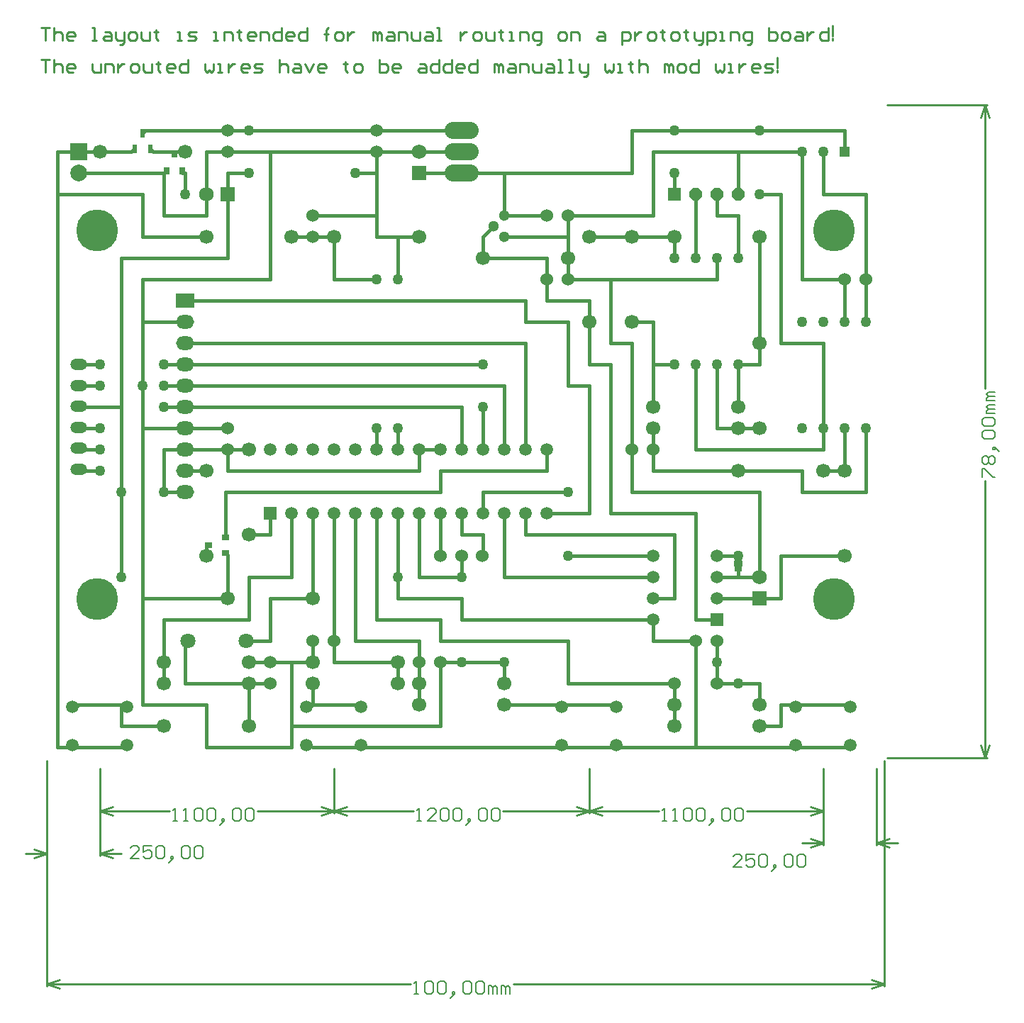
<source format=gbl>
G04 Layer_Physical_Order=2*
G04 Layer_Color=11436288*
%FSLAX25Y25*%
%MOIN*%
G70*
G01*
G75*
%ADD13C,0.01500*%
%ADD14C,0.01000*%
%ADD15C,0.00600*%
%ADD16C,0.05906*%
%ADD17C,0.06000*%
%ADD18P,0.06494X8X22.5*%
%ADD19R,0.06000X0.06000*%
%ADD20C,0.06693*%
%ADD21R,0.06890X0.06890*%
%ADD22C,0.06890*%
%ADD23R,0.05000X0.05000*%
%ADD24C,0.05000*%
%ADD25C,0.05118*%
%ADD26O,0.16000X0.08000*%
%ADD27R,0.06890X0.06890*%
%ADD28R,0.05906X0.05906*%
%ADD29C,0.07087*%
%ADD30R,0.08500X0.06500*%
%ADD31O,0.08500X0.06500*%
%ADD32O,0.07874X0.05315*%
%ADD33C,0.19685*%
%ADD34R,0.05906X0.05906*%
%ADD35C,0.07874*%
%ADD36R,0.07874X0.07874*%
%ADD37R,0.03543X0.03347*%
%ADD38R,0.02362X0.04331*%
%ADD39R,0.03150X0.03543*%
%ADD40R,0.03543X0.03150*%
%ADD41R,0.04000X0.02900*%
D13*
X558701Y548701D02*
X559921Y548701D01*
X558701Y528701D02*
X558701Y548701D01*
X558701Y528701D02*
X588701Y528701D01*
X608701Y498701D02*
X608701Y508701D01*
X568701Y498701D02*
X608701Y498701D01*
X587480Y548700D02*
X598700Y548700D01*
X598701Y548701D01*
X598701Y568701D01*
X588701Y528701D02*
X598701Y528701D01*
X588701Y508701D02*
X588701Y528701D01*
X548701Y538701D02*
X548701Y558701D01*
X548701Y528701D02*
X548701Y538701D01*
X548701Y558701D02*
X588701Y558701D01*
X588701Y578701D01*
X608701Y578701D01*
X608701Y608701D01*
X598701Y568701D02*
X618701Y568701D01*
X618701Y608701D01*
X578701Y568701D02*
X578701Y588898D01*
X538701Y568701D02*
X578701Y568701D01*
X828701Y788701D02*
X868701Y788701D01*
X868701Y778701D02*
X868701Y788701D01*
X508701Y668701D02*
X518701Y668701D01*
X538701Y668701D02*
X538701Y698701D01*
X538701Y648701D02*
X538701Y668701D01*
X528701Y578701D02*
X528701Y728701D01*
X508701Y658701D02*
X528701Y658701D01*
X548701Y658701D02*
X558701Y658701D01*
X557441Y768701D02*
X558701Y768701D01*
X558701Y758701D02*
X558701Y768701D01*
X557441Y768701D02*
X557441Y769764D01*
X658701Y738701D02*
X668701Y738701D01*
X648701Y738701D02*
X658701Y738701D01*
X658701Y718701D02*
X658701Y738701D01*
X658701Y638701D02*
X658701Y648701D01*
X658701Y578701D02*
X658701Y608701D01*
X658701Y568701D02*
X658701Y578701D01*
X538701Y568701D02*
X538701Y648701D01*
X509488Y628701D02*
X518701Y628701D01*
X508701Y628701D02*
X509488Y628701D01*
X548701Y668701D02*
X558701Y668701D01*
X508701Y628701D02*
X508701Y629488D01*
X509331Y638701D02*
X518701Y638701D01*
X508701Y638701D02*
X509331Y638701D01*
X548701Y678701D02*
X558701Y678701D01*
X508701Y638701D02*
X508701Y639331D01*
X538701Y698701D02*
X538701Y718701D01*
X508701Y668701D02*
X508701Y668858D01*
X508701Y658701D02*
X508701Y659016D01*
X577638Y597441D02*
X577638Y618701D01*
X548701Y618701D02*
X548701Y638701D01*
X548701Y618701D02*
X558701Y618701D01*
X568701Y588701D02*
X568701Y593701D01*
X569764Y593701D01*
X548701Y638701D02*
X558701Y638701D01*
X538701Y698701D02*
X558701Y698701D01*
X568701Y748701D02*
X568701Y758701D01*
X548701Y748701D02*
X548701Y768701D01*
X548701Y748701D02*
X568701Y748701D01*
X508701Y768701D02*
X548701Y768701D01*
X498701Y758701D02*
X498701Y778701D01*
X498701Y498701D02*
X498701Y758701D01*
X538701Y758701D01*
X538701Y738701D02*
X538701Y758701D01*
X538701Y738701D02*
X568701Y738701D01*
X538701Y718701D02*
X598701Y718701D01*
X618701Y748701D02*
X648701Y748701D01*
X618701Y738701D02*
X628701Y738701D01*
X608701Y738701D02*
X618701Y738701D01*
X628701Y718701D02*
X628701Y738701D01*
X628701Y718701D02*
X648701Y718701D01*
X818701Y528701D02*
X828701Y528701D01*
X808701Y528701D02*
X818701Y528701D01*
X688701Y538701D02*
X708701Y538701D01*
X678701Y538701D02*
X688701Y538701D01*
X808701Y538701D02*
X808701Y548701D01*
X808701Y528701D02*
X808701Y538701D01*
X568701Y498701D02*
X568701Y518701D01*
X538701Y518701D02*
X568701Y518701D01*
X608701Y538701D02*
X618701Y538701D01*
X598701Y538701D02*
X608701Y538701D01*
X678701Y508701D02*
X678701Y538701D01*
X608701Y508701D02*
X678701Y508701D01*
X608701Y508701D02*
X608701Y538701D01*
X688701Y558701D02*
X688701Y568701D01*
X688701Y558701D02*
X778701Y558701D01*
X658701Y568701D02*
X688701Y568701D01*
X678701Y548701D02*
X678701Y558701D01*
X648701Y558701D02*
X678701Y558701D01*
X678701Y548701D02*
X738701Y548701D01*
X668701Y528701D02*
X668701Y548701D01*
X638701Y548701D02*
X668701Y548701D01*
X668701Y518701D02*
X668701Y528701D01*
X738701Y528701D02*
X738701Y548701D01*
X538701Y518701D02*
X538701Y568701D01*
X588701Y538701D02*
X598701Y538701D01*
X528701Y508701D02*
X528701Y518701D01*
X508701Y518701D02*
X528701Y518701D01*
X528701Y508701D02*
X548701Y508701D01*
X598701Y778701D02*
X648701Y778701D01*
X578701Y778701D02*
X598701Y778701D01*
X538701Y648701D02*
X558701Y648701D01*
X598701Y718701D02*
X598701Y778701D01*
X578622Y728701D02*
X578622Y758701D01*
X528701Y728701D02*
X578622Y728701D01*
X558701Y628701D02*
X568701Y628701D01*
X578701Y638701D02*
X588701Y638701D01*
X558701Y648701D02*
X578701Y648701D01*
X798701Y498701D02*
X870354Y498701D01*
X618701Y498701D02*
X798701Y498701D01*
X798701Y548701D01*
X688701Y578701D02*
X688701Y588701D01*
X668701Y578701D02*
X688701Y578701D01*
X668701Y578701D02*
X668701Y608701D01*
X648701Y558701D02*
X648701Y608701D01*
X638701Y548701D02*
X638701Y608701D01*
X628701Y538701D02*
X628701Y548701D01*
X628701Y538701D02*
X658701Y538701D01*
X618701Y538701D02*
X618701Y548701D01*
X708701Y528701D02*
X708701Y538701D01*
X828701Y518701D02*
X828701Y528701D01*
X778701Y548701D02*
X798701Y548701D01*
X778701Y548701D02*
X778701Y558701D01*
X577638Y618701D02*
X678701Y618701D01*
X678701Y628701D01*
X728701Y628701D01*
X728701Y638701D01*
X588701Y598701D02*
X598701Y598701D01*
X598701Y608701D01*
X508701Y678701D02*
X518701Y678701D01*
X509173Y648701D02*
X518701Y648701D01*
X508701Y649173D02*
X509173Y648701D01*
X508701Y629488D02*
X509488Y628701D01*
X508701Y639331D02*
X509331Y638701D01*
X558701Y638701D02*
X578701Y638701D01*
X578701Y628701D02*
X578701Y638701D01*
X578701Y628701D02*
X668701Y628701D01*
X738701Y528701D02*
X788701Y528701D01*
X628701Y548701D02*
X628701Y608701D01*
X658701Y528701D02*
X658701Y538701D01*
X618701Y518701D02*
X638701Y518701D01*
X617559Y517559D02*
X618701Y518701D01*
X618701Y528701D01*
X507559Y517559D02*
X508701Y518701D01*
X708701Y518701D02*
X760354Y518701D01*
X788701Y518701D02*
X788701Y528701D01*
X788701Y508701D02*
X788701Y518701D01*
X838701Y518701D02*
X870354Y518701D01*
X828701Y508701D02*
X838701Y508701D01*
X838701Y518701D01*
X870354Y518701D02*
X871496Y517559D01*
X870354Y498701D02*
X871496Y499843D01*
X648701Y638701D02*
X648701Y648701D01*
X698701Y638701D02*
X698701Y658701D01*
X718701Y638701D02*
X718701Y688701D01*
X708701Y638701D02*
X708701Y668701D01*
X688701Y638701D02*
X688701Y658701D01*
X668701Y638701D02*
X678701Y638701D01*
X668701Y628701D02*
X668701Y638701D01*
X648701Y748701D02*
X648701Y768701D01*
X648701Y738701D02*
X648701Y748701D01*
X568780Y758701D02*
X568780Y778622D01*
X578622Y758701D02*
X578622Y768622D01*
X578701Y768701D01*
X588701Y768701D01*
X568701Y778701D02*
X568780Y778622D01*
X568701Y778701D02*
X578701Y778701D01*
X718701Y698701D02*
X718701Y708701D01*
X558701Y708701D02*
X718701Y708701D01*
X558701Y688701D02*
X718701Y688701D01*
X678701Y588858D02*
X678701Y608701D01*
X698701Y588858D02*
X698701Y598701D01*
X688701Y598701D02*
X698701Y598701D01*
X688701Y598701D02*
X688701Y608701D01*
X738701Y588701D02*
X778701Y588701D01*
X698701Y618701D02*
X738701Y618701D01*
X698701Y608701D02*
X698701Y618701D01*
X728701Y608701D02*
X748701Y608701D01*
X748701Y668701D01*
X738701Y668701D02*
X748701Y668701D01*
X498701Y498701D02*
X528701Y498701D01*
X738701Y668701D02*
X738701Y698701D01*
X718701Y598701D02*
X718701Y608701D01*
X708701Y578701D02*
X778701Y578701D01*
X708701Y578701D02*
X708701Y608701D01*
X778701Y568701D02*
X788701Y568701D01*
X788701Y598701D01*
X718701Y598701D02*
X788701Y598701D01*
X818661Y578701D02*
X828622Y578701D01*
X818661Y578701D02*
X818661Y583161D01*
X808701Y578701D02*
X818661Y578701D01*
X818701Y578740D01*
X808701Y588701D02*
X817701Y588701D01*
X808701Y568701D02*
X838701Y568701D01*
X838701Y588701D01*
X868701Y588701D01*
X758701Y608701D02*
X798701Y608701D01*
X798701Y558701D02*
X798701Y608701D01*
X798701Y558701D02*
X808701Y558701D01*
X768701Y618701D02*
X828701Y618701D01*
X818701Y628701D02*
X848701Y628701D01*
X778701Y628701D02*
X818701Y628701D01*
X848701Y618701D02*
X848701Y628701D01*
X558701Y658701D02*
X688701Y658701D01*
X558701Y668701D02*
X708701Y668701D01*
X558701Y678701D02*
X698701Y678701D01*
X738701Y738701D02*
X738701Y748701D01*
X738701Y728701D02*
X738701Y738701D01*
X708701Y738701D02*
X738701Y738701D01*
X718701Y698701D02*
X738701Y698701D01*
X698701Y728701D02*
X728701Y728701D01*
X728701Y718701D02*
X728701Y728701D01*
X728701Y708701D02*
X728701Y718701D01*
X728701Y708701D02*
X748701Y708701D01*
X748701Y698701D02*
X748701Y708701D01*
X808701Y718701D02*
X808701Y728701D01*
X758701Y718701D02*
X808701Y718701D01*
X758701Y688701D02*
X758701Y718701D01*
X738701Y718701D02*
X758701Y718701D01*
X748701Y678701D02*
X758701Y678701D01*
X758701Y688701D02*
X768701Y688701D01*
X768701Y698701D02*
X778701Y698701D01*
X778701Y678701D02*
X778701Y698701D01*
X748701Y678701D02*
X748701Y698701D01*
X668701Y768780D02*
X688622Y768780D01*
X648701Y778701D02*
X688701Y778701D01*
X708701Y768701D02*
X768701Y768701D01*
X688701Y768701D02*
X708701Y768701D01*
X708701Y748701D02*
X708701Y768701D01*
X768701Y768701D02*
X768701Y788701D01*
X768701Y738701D02*
X788701Y738701D01*
X748701Y738701D02*
X768701Y738701D01*
X778701Y748701D02*
X778701Y778701D01*
X738701Y748701D02*
X778701Y748701D01*
X638701Y768701D02*
X648701Y768701D01*
X648701Y778701D01*
X648701Y788701D02*
X688701Y788701D01*
X588701Y788701D02*
X648701Y788701D01*
X578701Y788701D02*
X588701Y788701D01*
X498701Y778701D02*
X508701Y778701D01*
X540158Y788701D02*
X578701Y788701D01*
X538701Y787244D02*
X540158Y788701D01*
X542441Y780158D02*
X543898Y778701D01*
X558701Y778701D01*
X533504Y778701D02*
X534961Y780158D01*
X518701Y778701D02*
X533504Y778701D01*
X508701Y778701D02*
X518701Y778701D01*
X768701Y638701D02*
X768701Y688701D01*
X758701Y608701D02*
X758701Y678701D01*
X828701Y578622D02*
X828701Y618701D01*
X768701Y618701D02*
X768701Y638701D01*
X878701Y618701D02*
X878701Y648701D01*
X848701Y618701D02*
X878701Y618701D01*
X788701Y788701D02*
X828701Y788701D01*
X828701Y758701D02*
X838701Y758701D01*
X838701Y688701D02*
X838701Y758701D01*
X838701Y688701D02*
X858701Y688701D01*
X858701Y648701D02*
X858701Y688701D01*
X768701Y788701D02*
X788701Y788701D01*
X788701Y758701D02*
X788701Y768701D01*
X818701Y778701D02*
X848701Y778701D01*
X778701Y778701D02*
X818701Y778701D01*
X818701Y758701D02*
X818701Y778701D01*
X848701Y718701D02*
X868701Y718701D01*
X848701Y718701D02*
X848701Y778701D01*
X708701Y748701D02*
X728701Y748701D01*
X738701Y718701D02*
X738701Y728701D01*
X698701Y738701D02*
X703701Y743701D01*
X698701Y728701D02*
X698701Y738701D01*
X818701Y678701D02*
X828701Y678701D01*
X828701Y688701D01*
X778701Y638701D02*
X778701Y648701D01*
X778701Y628701D02*
X778701Y638701D01*
X858701Y758701D02*
X858701Y778701D01*
X858701Y758701D02*
X878701Y758701D01*
X878701Y718701D02*
X878701Y758701D01*
X878701Y698701D02*
X878701Y718701D01*
X868701Y698701D02*
X868701Y718701D01*
X868701Y628701D02*
X868701Y648701D01*
X858701Y628701D02*
X868701Y628701D01*
X858701Y638701D02*
X858701Y648701D01*
X798701Y638701D02*
X858701Y638701D01*
X798701Y638701D02*
X798701Y678701D01*
X828701Y688701D02*
X828701Y738701D01*
X818701Y648701D02*
X828701Y648701D01*
X808701Y648701D02*
X808701Y678701D01*
X808701Y648701D02*
X818701Y648701D01*
X818701Y658701D02*
X818701Y678701D01*
X778701Y678701D02*
X788701Y678701D01*
X778701Y658701D02*
X778701Y678701D01*
X818701Y728701D02*
X818701Y748701D01*
X808701Y748701D02*
X818701Y748701D01*
X808701Y748701D02*
X808701Y758701D01*
X788701Y728701D02*
X788701Y738701D01*
X798701Y728701D02*
X798701Y758701D01*
D14*
X491201Y822199D02*
X495199Y822199D01*
X493200Y822199D01*
X493200Y816201D01*
X497199Y822199D02*
X497199Y816201D01*
X497199Y819200D01*
X498199Y820199D01*
X500198Y820199D01*
X501198Y819200D01*
X501198Y816201D01*
X506196Y816201D02*
X504197Y816201D01*
X503197Y817200D01*
X503197Y819200D01*
X504197Y820199D01*
X506196Y820199D01*
X507196Y819200D01*
X507196Y818200D01*
X503197Y818200D01*
X515193Y820199D02*
X515193Y817200D01*
X516193Y816201D01*
X519192Y816201D01*
X519192Y820199D01*
X521191Y816201D02*
X521191Y820199D01*
X524190Y820199D01*
X525190Y819200D01*
X525190Y816201D01*
X527189Y820199D02*
X527189Y816201D01*
X527189Y818200D01*
X528189Y819200D01*
X529188Y820199D01*
X530188Y820199D01*
X534187Y816201D02*
X536186Y816201D01*
X537186Y817200D01*
X537186Y819200D01*
X536186Y820199D01*
X534187Y820199D01*
X533187Y819200D01*
X533187Y817200D01*
X534187Y816201D01*
X539185Y820199D02*
X539185Y817200D01*
X540185Y816201D01*
X543184Y816201D01*
X543184Y820199D01*
X546183Y821199D02*
X546183Y820199D01*
X545183Y820199D01*
X547183Y820199D01*
X546183Y820199D01*
X546183Y817200D01*
X547183Y816201D01*
X553181Y816201D02*
X551181Y816201D01*
X550182Y817200D01*
X550182Y819200D01*
X551181Y820199D01*
X553181Y820199D01*
X554180Y819200D01*
X554180Y818200D01*
X550182Y818200D01*
X560179Y822199D02*
X560179Y816201D01*
X557179Y816201D01*
X556180Y817200D01*
X556180Y819200D01*
X557179Y820199D01*
X560179Y820199D01*
X568176Y820199D02*
X568176Y817200D01*
X569176Y816201D01*
X570175Y817200D01*
X571175Y816201D01*
X572175Y817200D01*
X572175Y820199D01*
X574174Y816201D02*
X576173Y816201D01*
X575174Y816201D01*
X575174Y820199D01*
X574174Y820199D01*
X579172Y820199D02*
X579172Y816201D01*
X579172Y818200D01*
X580172Y819200D01*
X581172Y820199D01*
X582171Y820199D01*
X588169Y816201D02*
X586170Y816201D01*
X585170Y817200D01*
X585170Y819200D01*
X586170Y820199D01*
X588169Y820199D01*
X589169Y819200D01*
X589169Y818200D01*
X585170Y818200D01*
X591168Y816201D02*
X594168Y816201D01*
X595167Y817200D01*
X594168Y818200D01*
X592168Y818200D01*
X591168Y819200D01*
X592168Y820199D01*
X595167Y820199D01*
X603165Y822199D02*
X603165Y816201D01*
X603165Y819200D01*
X604164Y820199D01*
X606164Y820199D01*
X607163Y819200D01*
X607163Y816201D01*
X610162Y820199D02*
X612162Y820199D01*
X613161Y819200D01*
X613161Y816201D01*
X610162Y816201D01*
X609163Y817200D01*
X610162Y818200D01*
X613161Y818200D01*
X615161Y820199D02*
X617160Y816201D01*
X619159Y820199D01*
X624158Y816201D02*
X622158Y816201D01*
X621159Y817200D01*
X621159Y819200D01*
X622158Y820199D01*
X624158Y820199D01*
X625157Y819200D01*
X625157Y818200D01*
X621159Y818200D01*
X634155Y821199D02*
X634155Y820199D01*
X633155Y820199D01*
X635154Y820199D01*
X634155Y820199D01*
X634155Y817200D01*
X635154Y816201D01*
X639153Y816201D02*
X641152Y816201D01*
X642152Y817200D01*
X642152Y819200D01*
X641152Y820199D01*
X639153Y820199D01*
X638153Y819200D01*
X638153Y817200D01*
X639153Y816201D01*
X650149Y822199D02*
X650149Y816201D01*
X653148Y816201D01*
X654148Y817200D01*
X654148Y818200D01*
X654148Y819200D01*
X653148Y820199D01*
X650149Y820199D01*
X659146Y816201D02*
X657147Y816201D01*
X656147Y817200D01*
X656147Y819200D01*
X657147Y820199D01*
X659146Y820199D01*
X660146Y819200D01*
X660146Y818200D01*
X656147Y818200D01*
X669143Y820199D02*
X671143Y820199D01*
X672142Y819200D01*
X672142Y816201D01*
X669143Y816201D01*
X668144Y817200D01*
X669143Y818200D01*
X672142Y818200D01*
X678140Y822199D02*
X678140Y816201D01*
X675141Y816201D01*
X674142Y817200D01*
X674142Y819200D01*
X675141Y820199D01*
X678140Y820199D01*
X684138Y822199D02*
X684138Y816201D01*
X681139Y816201D01*
X680140Y817200D01*
X680140Y819200D01*
X681139Y820199D01*
X684138Y820199D01*
X689137Y816201D02*
X687137Y816201D01*
X686138Y817200D01*
X686138Y819200D01*
X687137Y820199D01*
X689137Y820199D01*
X690136Y819200D01*
X690136Y818200D01*
X686138Y818200D01*
X696135Y822199D02*
X696135Y816201D01*
X693135Y816201D01*
X692136Y817200D01*
X692136Y819200D01*
X693135Y820199D01*
X696135Y820199D01*
X704132Y816201D02*
X704132Y820199D01*
X705132Y820199D01*
X706131Y819200D01*
X706131Y816201D01*
X706131Y819200D01*
X707131Y820199D01*
X708131Y819200D01*
X708131Y816201D01*
X711130Y820199D02*
X713129Y820199D01*
X714129Y819200D01*
X714129Y816201D01*
X711130Y816201D01*
X710130Y817200D01*
X711130Y818200D01*
X714129Y818200D01*
X716128Y816201D02*
X716128Y820199D01*
X719127Y820199D01*
X720127Y819200D01*
X720127Y816201D01*
X722126Y820199D02*
X722126Y817200D01*
X723126Y816201D01*
X726125Y816201D01*
X726125Y820199D01*
X729124Y820199D02*
X731123Y820199D01*
X732123Y819200D01*
X732123Y816201D01*
X729124Y816201D01*
X728124Y817200D01*
X729124Y818200D01*
X732123Y818200D01*
X734122Y816201D02*
X736122Y816201D01*
X735122Y816201D01*
X735122Y822199D01*
X734122Y822199D01*
X739121Y816201D02*
X741120Y816201D01*
X740120Y816201D01*
X740120Y822199D01*
X739121Y822199D01*
X744119Y820199D02*
X744119Y817200D01*
X745119Y816201D01*
X748118Y816201D01*
X748118Y815201D01*
X747118Y814201D01*
X746118Y814201D01*
X748118Y816201D02*
X748118Y820199D01*
X756115Y820199D02*
X756115Y817200D01*
X757115Y816201D01*
X758114Y817200D01*
X759114Y816201D01*
X760114Y817200D01*
X760114Y820199D01*
X762113Y816201D02*
X764113Y816201D01*
X763113Y816201D01*
X763113Y820199D01*
X762113Y820199D01*
X768111Y821199D02*
X768111Y820199D01*
X767111Y820199D01*
X769111Y820199D01*
X768111Y820199D01*
X768111Y817200D01*
X769111Y816201D01*
X772110Y822199D02*
X772110Y816201D01*
X772110Y819200D01*
X773110Y820199D01*
X775109Y820199D01*
X776109Y819200D01*
X776109Y816201D01*
X784106Y816201D02*
X784106Y820199D01*
X785106Y820199D01*
X786105Y819200D01*
X786105Y816201D01*
X786105Y819200D01*
X787105Y820199D01*
X788105Y819200D01*
X788105Y816201D01*
X791104Y816201D02*
X793103Y816201D01*
X794103Y817200D01*
X794103Y819200D01*
X793103Y820199D01*
X791104Y820199D01*
X790104Y819200D01*
X790104Y817200D01*
X791104Y816201D01*
X800101Y822199D02*
X800101Y816201D01*
X797102Y816201D01*
X796102Y817200D01*
X796102Y819200D01*
X797102Y820199D01*
X800101Y820199D01*
X808098Y820199D02*
X808098Y817200D01*
X809098Y816201D01*
X810098Y817200D01*
X811097Y816201D01*
X812097Y817200D01*
X812097Y820199D01*
X814096Y816201D02*
X816096Y816201D01*
X815096Y816201D01*
X815096Y820199D01*
X814096Y820199D01*
X819095Y820199D02*
X819095Y816201D01*
X819095Y818200D01*
X820094Y819200D01*
X821094Y820199D01*
X822094Y820199D01*
X828092Y816201D02*
X826092Y816201D01*
X825093Y817200D01*
X825093Y819200D01*
X826092Y820199D01*
X828092Y820199D01*
X829091Y819200D01*
X829091Y818200D01*
X825093Y818200D01*
X831091Y816201D02*
X834090Y816201D01*
X835089Y817200D01*
X834090Y818200D01*
X832090Y818200D01*
X831091Y819200D01*
X832090Y820199D01*
X835089Y820199D01*
X837089Y818200D02*
X837089Y823199D01*
X837089Y817200D02*
X837089Y816201D01*
X491201Y837199D02*
X495199Y837199D01*
X493200Y837199D01*
X493200Y831201D01*
X497199Y837199D02*
X497199Y831201D01*
X497199Y834200D01*
X498199Y835200D01*
X500198Y835200D01*
X501198Y834200D01*
X501198Y831201D01*
X506196Y831201D02*
X504197Y831201D01*
X503197Y832201D01*
X503197Y834200D01*
X504197Y835200D01*
X506196Y835200D01*
X507196Y834200D01*
X507196Y833200D01*
X503197Y833200D01*
X515193Y831201D02*
X517192Y831201D01*
X516193Y831201D01*
X516193Y837199D01*
X515193Y837199D01*
X521191Y835200D02*
X523190Y835200D01*
X524190Y834200D01*
X524190Y831201D01*
X521191Y831201D01*
X520191Y832201D01*
X521191Y833200D01*
X524190Y833200D01*
X526190Y835200D02*
X526190Y832201D01*
X527189Y831201D01*
X530188Y831201D01*
X530188Y830201D01*
X529188Y829201D01*
X528189Y829201D01*
X530188Y831201D02*
X530188Y835200D01*
X533187Y831201D02*
X535187Y831201D01*
X536186Y832201D01*
X536186Y834200D01*
X535187Y835200D01*
X533187Y835200D01*
X532188Y834200D01*
X532188Y832201D01*
X533187Y831201D01*
X538186Y835200D02*
X538186Y832201D01*
X539185Y831201D01*
X542184Y831201D01*
X542184Y835200D01*
X545183Y836199D02*
X545183Y835200D01*
X544184Y835200D01*
X546183Y835200D01*
X545183Y835200D01*
X545183Y832201D01*
X546183Y831201D01*
X555180Y831201D02*
X557179Y831201D01*
X556180Y831201D01*
X556180Y835200D01*
X555180Y835200D01*
X560179Y831201D02*
X563177Y831201D01*
X564177Y832201D01*
X563177Y833200D01*
X561178Y833200D01*
X560179Y834200D01*
X561178Y835200D01*
X564177Y835200D01*
X572175Y831201D02*
X574174Y831201D01*
X573174Y831201D01*
X573174Y835200D01*
X572175Y835200D01*
X577173Y831201D02*
X577173Y835200D01*
X580172Y835200D01*
X581172Y834200D01*
X581172Y831201D01*
X584171Y836199D02*
X584171Y835200D01*
X583171Y835200D01*
X585170Y835200D01*
X584171Y835200D01*
X584171Y832201D01*
X585170Y831201D01*
X591168Y831201D02*
X589169Y831201D01*
X588169Y832201D01*
X588169Y834200D01*
X589169Y835200D01*
X591168Y835200D01*
X592168Y834200D01*
X592168Y833200D01*
X588169Y833200D01*
X594168Y831201D02*
X594168Y835200D01*
X597166Y835200D01*
X598166Y834200D01*
X598166Y831201D01*
X604164Y837199D02*
X604164Y831201D01*
X601165Y831201D01*
X600166Y832201D01*
X600166Y834200D01*
X601165Y835200D01*
X604164Y835200D01*
X609163Y831201D02*
X607163Y831201D01*
X606164Y832201D01*
X606164Y834200D01*
X607163Y835200D01*
X609163Y835200D01*
X610162Y834200D01*
X610162Y833200D01*
X606164Y833200D01*
X616160Y837199D02*
X616160Y831201D01*
X613161Y831201D01*
X612162Y832201D01*
X612162Y834200D01*
X613161Y835200D01*
X616160Y835200D01*
X625157Y831201D02*
X625157Y836199D01*
X625157Y834200D01*
X624158Y834200D01*
X626157Y834200D01*
X625157Y834200D01*
X625157Y836199D01*
X626157Y837199D01*
X630156Y831201D02*
X632155Y831201D01*
X633155Y832201D01*
X633155Y834200D01*
X632155Y835200D01*
X630156Y835200D01*
X629156Y834200D01*
X629156Y832201D01*
X630156Y831201D01*
X635154Y835200D02*
X635154Y831201D01*
X635154Y833200D01*
X636154Y834200D01*
X637154Y835200D01*
X638153Y835200D01*
X647150Y831201D02*
X647150Y835200D01*
X648150Y835200D01*
X649150Y834200D01*
X649150Y831201D01*
X649150Y834200D01*
X650149Y835200D01*
X651149Y834200D01*
X651149Y831201D01*
X654148Y835200D02*
X656147Y835200D01*
X657147Y834200D01*
X657147Y831201D01*
X654148Y831201D01*
X653148Y832201D01*
X654148Y833200D01*
X657147Y833200D01*
X659146Y831201D02*
X659146Y835200D01*
X662146Y835200D01*
X663145Y834200D01*
X663145Y831201D01*
X665144Y835200D02*
X665144Y832201D01*
X666144Y831201D01*
X669143Y831201D01*
X669143Y835200D01*
X672142Y835200D02*
X674142Y835200D01*
X675141Y834200D01*
X675141Y831201D01*
X672142Y831201D01*
X671143Y832201D01*
X672142Y833200D01*
X675141Y833200D01*
X677141Y831201D02*
X679140Y831201D01*
X678140Y831201D01*
X678140Y837199D01*
X677141Y837199D01*
X688137Y835200D02*
X688137Y831201D01*
X688137Y833200D01*
X689137Y834200D01*
X690136Y835200D01*
X691136Y835200D01*
X695135Y831201D02*
X697134Y831201D01*
X698134Y832201D01*
X698134Y834200D01*
X697134Y835200D01*
X695135Y835200D01*
X694135Y834200D01*
X694135Y832201D01*
X695135Y831201D01*
X700133Y835200D02*
X700133Y832201D01*
X701133Y831201D01*
X704132Y831201D01*
X704132Y835200D01*
X707131Y836199D02*
X707131Y835200D01*
X706131Y835200D01*
X708131Y835200D01*
X707131Y835200D01*
X707131Y832201D01*
X708131Y831201D01*
X711130Y831201D02*
X713129Y831201D01*
X712129Y831201D01*
X712129Y835200D01*
X711130Y835200D01*
X716128Y831201D02*
X716128Y835200D01*
X719127Y835200D01*
X720127Y834200D01*
X720127Y831201D01*
X724125Y829201D02*
X725125Y829201D01*
X726125Y830201D01*
X726125Y835200D01*
X723126Y835200D01*
X722126Y834200D01*
X722126Y832201D01*
X723126Y831201D01*
X726125Y831201D01*
X735122Y831201D02*
X737121Y831201D01*
X738121Y832201D01*
X738121Y834200D01*
X737121Y835200D01*
X735122Y835200D01*
X734122Y834200D01*
X734122Y832201D01*
X735122Y831201D01*
X740120Y831201D02*
X740120Y835200D01*
X743119Y835200D01*
X744119Y834200D01*
X744119Y831201D01*
X753116Y835200D02*
X755115Y835200D01*
X756115Y834200D01*
X756115Y831201D01*
X753116Y831201D01*
X752116Y832201D01*
X753116Y833200D01*
X756115Y833200D01*
X764113Y829201D02*
X764113Y835200D01*
X767111Y835200D01*
X768111Y834200D01*
X768111Y832201D01*
X767111Y831201D01*
X764113Y831201D01*
X770111Y835200D02*
X770111Y831201D01*
X770111Y833200D01*
X771110Y834200D01*
X772110Y835200D01*
X773110Y835200D01*
X777108Y831201D02*
X779108Y831201D01*
X780107Y832201D01*
X780107Y834200D01*
X779108Y835200D01*
X777108Y835200D01*
X776109Y834200D01*
X776109Y832201D01*
X777108Y831201D01*
X783106Y836199D02*
X783106Y835200D01*
X782107Y835200D01*
X784106Y835200D01*
X783106Y835200D01*
X783106Y832201D01*
X784106Y831201D01*
X788105Y831201D02*
X790104Y831201D01*
X791104Y832201D01*
X791104Y834200D01*
X790104Y835200D01*
X788105Y835200D01*
X787105Y834200D01*
X787105Y832201D01*
X788105Y831201D01*
X794103Y836199D02*
X794103Y835200D01*
X793103Y835200D01*
X795103Y835200D01*
X794103Y835200D01*
X794103Y832201D01*
X795103Y831201D01*
X798102Y835200D02*
X798102Y832201D01*
X799101Y831201D01*
X802100Y831201D01*
X802100Y830201D01*
X801101Y829201D01*
X800101Y829201D01*
X802100Y831201D02*
X802100Y835200D01*
X804099Y829201D02*
X804099Y835200D01*
X807099Y835200D01*
X808098Y834200D01*
X808098Y832201D01*
X807099Y831201D01*
X804099Y831201D01*
X810098Y831201D02*
X812097Y831201D01*
X811097Y831201D01*
X811097Y835200D01*
X810098Y835200D01*
X815096Y831201D02*
X815096Y835200D01*
X818095Y835200D01*
X819095Y834200D01*
X819095Y831201D01*
X823093Y829201D02*
X824093Y829201D01*
X825093Y830201D01*
X825093Y835200D01*
X822094Y835200D01*
X821094Y834200D01*
X821094Y832201D01*
X822094Y831201D01*
X825093Y831201D01*
X833090Y837199D02*
X833090Y831201D01*
X836089Y831201D01*
X837089Y832201D01*
X837089Y833200D01*
X837089Y834200D01*
X836089Y835200D01*
X833090Y835200D01*
X840088Y831201D02*
X842087Y831201D01*
X843087Y832201D01*
X843087Y834200D01*
X842087Y835200D01*
X840088Y835200D01*
X839088Y834200D01*
X839088Y832201D01*
X840088Y831201D01*
X846086Y835200D02*
X848085Y835200D01*
X849085Y834200D01*
X849085Y831201D01*
X846086Y831201D01*
X845086Y832201D01*
X846086Y833200D01*
X849085Y833200D01*
X851084Y835200D02*
X851084Y831201D01*
X851084Y833200D01*
X852084Y834200D01*
X853084Y835200D01*
X854083Y835200D01*
X861081Y837199D02*
X861081Y831201D01*
X858082Y831201D01*
X857082Y832201D01*
X857082Y834200D01*
X858082Y835200D01*
X861081Y835200D01*
X863081Y833200D02*
X863081Y838198D01*
X863081Y832201D02*
X863081Y831201D01*
X888795Y800787D02*
X935646Y800787D01*
X888795Y493701D02*
X935646Y493701D01*
X934646Y667238D02*
X934646Y800787D01*
X934646Y493701D02*
X934646Y624051D01*
X932646Y794787D02*
X934646Y800787D01*
X936646Y794787D01*
X934646Y493701D02*
X936646Y499701D01*
X932646Y499701D02*
X934646Y493701D01*
X887402Y386402D02*
X887402Y492307D01*
X493701Y386402D02*
X493701Y492307D01*
X713044Y387402D02*
X887402Y387402D01*
X493701Y387402D02*
X664858Y387402D01*
X881402Y389402D02*
X887402Y387402D01*
X881402Y385402D02*
X887402Y387402D01*
X493701Y387402D02*
X499701Y385402D01*
X493701Y387402D02*
X499701Y389402D01*
X858701Y452701D02*
X858701Y488701D01*
X883701Y452701D02*
X883701Y488701D01*
X883701Y453701D02*
X893701Y453701D01*
X848701Y453701D02*
X858701Y453701D01*
X883701Y453701D02*
X889701Y451701D01*
X883701Y453701D02*
X889701Y455701D01*
X852701Y455701D02*
X858701Y453701D01*
X852701Y451701D02*
X858701Y453701D01*
X518701Y447701D02*
X518701Y488701D01*
X493701Y447701D02*
X493701Y488701D01*
X483701Y448701D02*
X493701Y448701D01*
X518701Y448701D02*
X528701Y448701D01*
X487701Y450701D02*
X493701Y448701D01*
X487701Y446701D02*
X493701Y448701D01*
X518701Y448701D02*
X524701Y446701D01*
X518701Y448701D02*
X524701Y450701D01*
X858701Y467701D02*
X858701Y488701D01*
X748701Y467701D02*
X748701Y488701D01*
X822695Y468701D02*
X858701Y468701D01*
X748701Y468701D02*
X781507Y468701D01*
X852701Y470701D02*
X858701Y468701D01*
X852701Y466701D02*
X858701Y468701D01*
X748701Y468701D02*
X754701Y466701D01*
X748701Y468701D02*
X754701Y470701D01*
X748701Y467701D02*
X748701Y488701D01*
X628701Y467701D02*
X628701Y488701D01*
X708194Y468701D02*
X748701Y468701D01*
X628701Y468701D02*
X666007Y468701D01*
X742701Y470701D02*
X748701Y468701D01*
X742701Y466701D02*
X748701Y468701D01*
X628701Y468701D02*
X634701Y466701D01*
X628701Y468701D02*
X634701Y470701D01*
X628701Y467701D02*
X628701Y488701D01*
X518701Y467701D02*
X518701Y488701D01*
X592695Y468701D02*
X628701Y468701D01*
X518701Y468701D02*
X551507Y468701D01*
X622701Y470701D02*
X628701Y468701D01*
X622701Y466701D02*
X628701Y468701D01*
X518701Y468701D02*
X524701Y466701D01*
X518701Y468701D02*
X524701Y470701D01*
D15*
X933246Y625651D02*
X933246Y629649D01*
X934246Y629649D01*
X938245Y625651D01*
X939244Y625651D01*
X934246Y631649D02*
X933246Y632648D01*
X933246Y634648D01*
X934246Y635647D01*
X935246Y635647D01*
X936245Y634648D01*
X937245Y635647D01*
X938245Y635647D01*
X939244Y634648D01*
X939244Y632648D01*
X938245Y631649D01*
X937245Y631649D01*
X936245Y632648D01*
X935246Y631649D01*
X934246Y631649D01*
X936245Y632648D02*
X936245Y634648D01*
X940244Y638646D02*
X939244Y639646D01*
X938245Y639646D01*
X938245Y638646D01*
X939244Y638646D01*
X939244Y639646D01*
X940244Y638646D01*
X941244Y637647D01*
X934246Y643645D02*
X933246Y644644D01*
X933246Y646644D01*
X934246Y647644D01*
X938245Y647644D01*
X939244Y646644D01*
X939244Y644644D01*
X938245Y643645D01*
X934246Y643645D01*
X934246Y649643D02*
X933246Y650642D01*
X933246Y652642D01*
X934246Y653642D01*
X938245Y653642D01*
X939244Y652642D01*
X939244Y650642D01*
X938245Y649643D01*
X934246Y649643D01*
X939244Y655641D02*
X935246Y655641D01*
X935246Y656640D01*
X936245Y657640D01*
X939244Y657640D01*
X936245Y657640D01*
X935246Y658640D01*
X936245Y659640D01*
X939244Y659640D01*
X939244Y661639D02*
X935246Y661639D01*
X935246Y662639D01*
X936245Y663638D01*
X939244Y663638D01*
X936245Y663638D01*
X935246Y664638D01*
X936245Y665638D01*
X939244Y665638D01*
X666459Y382803D02*
X668458Y382803D01*
X667458Y382803D01*
X667458Y388801D01*
X666459Y387801D01*
X671457Y387801D02*
X672457Y388801D01*
X674456Y388801D01*
X675456Y387801D01*
X675456Y383803D01*
X674456Y382803D01*
X672457Y382803D01*
X671457Y383803D01*
X671457Y387801D01*
X677455Y387801D02*
X678455Y388801D01*
X680454Y388801D01*
X681454Y387801D01*
X681454Y383803D01*
X680454Y382803D01*
X678455Y382803D01*
X677455Y383803D01*
X677455Y387801D01*
X684453Y381803D02*
X685452Y382803D01*
X685452Y383803D01*
X684453Y383803D01*
X684453Y382803D01*
X685452Y382803D01*
X684453Y381803D01*
X683453Y380803D01*
X689451Y387801D02*
X690451Y388801D01*
X692450Y388801D01*
X693450Y387801D01*
X693450Y383803D01*
X692450Y382803D01*
X690451Y382803D01*
X689451Y383803D01*
X689451Y387801D01*
X695449Y387801D02*
X696449Y388801D01*
X698448Y388801D01*
X699448Y387801D01*
X699448Y383803D01*
X698448Y382803D01*
X696449Y382803D01*
X695449Y383803D01*
X695449Y387801D01*
X701447Y382803D02*
X701447Y386802D01*
X702447Y386802D01*
X703446Y385802D01*
X703446Y382803D01*
X703446Y385802D01*
X704446Y386802D01*
X705446Y385802D01*
X705446Y382803D01*
X707445Y382803D02*
X707445Y386802D01*
X708445Y386802D01*
X709445Y385802D01*
X709445Y382803D01*
X709445Y385802D01*
X710444Y386802D01*
X711444Y385802D01*
X711444Y382803D01*
X820534Y442520D02*
X816535Y442520D01*
X820534Y446518D01*
X820534Y447518D01*
X819534Y448518D01*
X817535Y448518D01*
X816535Y447518D01*
X826532Y448518D02*
X822534Y448518D01*
X822534Y445519D01*
X824533Y446518D01*
X825533Y446518D01*
X826532Y445519D01*
X826532Y443519D01*
X825533Y442520D01*
X823533Y442520D01*
X822534Y443519D01*
X828532Y447518D02*
X829531Y448518D01*
X831531Y448518D01*
X832530Y447518D01*
X832530Y443519D01*
X831531Y442520D01*
X829531Y442520D01*
X828532Y443519D01*
X828532Y447518D01*
X835529Y441520D02*
X836529Y442520D01*
X836529Y443519D01*
X835529Y443519D01*
X835529Y442520D01*
X836529Y442520D01*
X835529Y441520D01*
X834530Y440520D01*
X840528Y447518D02*
X841527Y448518D01*
X843527Y448518D01*
X844526Y447518D01*
X844526Y443519D01*
X843527Y442520D01*
X841527Y442520D01*
X840528Y443519D01*
X840528Y447518D01*
X846526Y447518D02*
X847525Y448518D01*
X849525Y448518D01*
X850525Y447518D01*
X850525Y443519D01*
X849525Y442520D01*
X847525Y442520D01*
X846526Y443519D01*
X846526Y447518D01*
X537070Y446457D02*
X533071Y446457D01*
X537070Y450455D01*
X537070Y451455D01*
X536070Y452455D01*
X534071Y452455D01*
X533071Y451455D01*
X543068Y452455D02*
X539069Y452455D01*
X539069Y449456D01*
X541068Y450455D01*
X542068Y450455D01*
X543068Y449456D01*
X543068Y447456D01*
X542068Y446457D01*
X540069Y446457D01*
X539069Y447456D01*
X545067Y451455D02*
X546067Y452455D01*
X548066Y452455D01*
X549066Y451455D01*
X549066Y447456D01*
X548066Y446457D01*
X546067Y446457D01*
X545067Y447456D01*
X545067Y451455D01*
X552065Y445457D02*
X553064Y446457D01*
X553064Y447456D01*
X552065Y447456D01*
X552065Y446457D01*
X553064Y446457D01*
X552065Y445457D01*
X551065Y444457D01*
X557063Y451455D02*
X558063Y452455D01*
X560062Y452455D01*
X561062Y451455D01*
X561062Y447456D01*
X560062Y446457D01*
X558063Y446457D01*
X557063Y447456D01*
X557063Y451455D01*
X563061Y451455D02*
X564061Y452455D01*
X566060Y452455D01*
X567060Y451455D01*
X567060Y447456D01*
X566060Y446457D01*
X564061Y446457D01*
X563061Y447456D01*
X563061Y451455D01*
X783107Y464102D02*
X785106Y464102D01*
X784107Y464102D01*
X784107Y470100D01*
X783107Y469101D01*
X788105Y464102D02*
X790105Y464102D01*
X789105Y464102D01*
X789105Y470100D01*
X788105Y469101D01*
X793104Y469101D02*
X794103Y470100D01*
X796103Y470100D01*
X797102Y469101D01*
X797102Y465102D01*
X796103Y464102D01*
X794103Y464102D01*
X793104Y465102D01*
X793104Y469101D01*
X799102Y469101D02*
X800101Y470100D01*
X802101Y470100D01*
X803100Y469101D01*
X803100Y465102D01*
X802101Y464102D01*
X800101Y464102D01*
X799102Y465102D01*
X799102Y469101D01*
X806100Y463102D02*
X807099Y464102D01*
X807099Y465102D01*
X806100Y465102D01*
X806100Y464102D01*
X807099Y464102D01*
X806100Y463102D01*
X805100Y462103D01*
X811098Y469101D02*
X812097Y470100D01*
X814097Y470100D01*
X815097Y469101D01*
X815097Y465102D01*
X814097Y464102D01*
X812097Y464102D01*
X811098Y465102D01*
X811098Y469101D01*
X817096Y469101D02*
X818096Y470100D01*
X820095Y470100D01*
X821095Y469101D01*
X821095Y465102D01*
X820095Y464102D01*
X818096Y464102D01*
X817096Y465102D01*
X817096Y469101D01*
X667607Y464102D02*
X669606Y464102D01*
X668607Y464102D01*
X668607Y470100D01*
X667607Y469101D01*
X676604Y464102D02*
X672606Y464102D01*
X676604Y468101D01*
X676604Y469101D01*
X675604Y470100D01*
X673605Y470100D01*
X672606Y469101D01*
X678604Y469101D02*
X679603Y470100D01*
X681603Y470100D01*
X682602Y469101D01*
X682602Y465102D01*
X681603Y464102D01*
X679603Y464102D01*
X678604Y465102D01*
X678604Y469101D01*
X684602Y469101D02*
X685601Y470100D01*
X687601Y470100D01*
X688600Y469101D01*
X688600Y465102D01*
X687601Y464102D01*
X685601Y464102D01*
X684602Y465102D01*
X684602Y469101D01*
X691599Y463102D02*
X692599Y464102D01*
X692599Y465102D01*
X691599Y465102D01*
X691599Y464102D01*
X692599Y464102D01*
X691599Y463102D01*
X690600Y462103D01*
X696598Y469101D02*
X697597Y470100D01*
X699597Y470100D01*
X700596Y469101D01*
X700596Y465102D01*
X699597Y464102D01*
X697597Y464102D01*
X696598Y465102D01*
X696598Y469101D01*
X702596Y469101D02*
X703595Y470100D01*
X705595Y470100D01*
X706595Y469101D01*
X706595Y465102D01*
X705595Y464102D01*
X703595Y464102D01*
X702596Y465102D01*
X702596Y469101D01*
X553107Y464102D02*
X555106Y464102D01*
X554107Y464102D01*
X554107Y470100D01*
X553107Y469101D01*
X558105Y464102D02*
X560105Y464102D01*
X559105Y464102D01*
X559105Y470100D01*
X558105Y469101D01*
X563104Y469101D02*
X564103Y470100D01*
X566103Y470100D01*
X567102Y469101D01*
X567102Y465102D01*
X566103Y464102D01*
X564103Y464102D01*
X563104Y465102D01*
X563104Y469101D01*
X569102Y469101D02*
X570101Y470100D01*
X572101Y470100D01*
X573101Y469101D01*
X573101Y465102D01*
X572101Y464102D01*
X570101Y464102D01*
X569102Y465102D01*
X569102Y469101D01*
X576099Y463102D02*
X577099Y464102D01*
X577099Y465102D01*
X576099Y465102D01*
X576099Y464102D01*
X577099Y464102D01*
X576099Y463102D01*
X575100Y462103D01*
X581098Y469101D02*
X582097Y470100D01*
X584097Y470100D01*
X585097Y469101D01*
X585097Y465102D01*
X584097Y464102D01*
X582097Y464102D01*
X581098Y465102D01*
X581098Y469101D01*
X587096Y469101D02*
X588096Y470100D01*
X590095Y470100D01*
X591095Y469101D01*
X591095Y465102D01*
X590095Y464102D01*
X588096Y464102D01*
X587096Y465102D01*
X587096Y469101D01*
D16*
X761496Y499843D02*
D03*
X761496Y517559D02*
D03*
X735906Y499843D02*
D03*
X735906Y517559D02*
D03*
X871496Y499843D02*
D03*
X871496Y517559D02*
D03*
X845905Y499843D02*
D03*
X845905Y517559D02*
D03*
X728701Y638701D02*
D03*
X718701Y638701D02*
D03*
X708701Y638701D02*
D03*
X698701Y638701D02*
D03*
X688701Y638701D02*
D03*
X678701Y638701D02*
D03*
X668701Y638701D02*
D03*
X658701Y638701D02*
D03*
X648701Y638701D02*
D03*
X638701Y638701D02*
D03*
X628701Y638701D02*
D03*
X618701Y638701D02*
D03*
X608701Y638701D02*
D03*
X598701Y638701D02*
D03*
X728701Y608701D02*
D03*
X718701Y608701D02*
D03*
X708701Y608701D02*
D03*
X698701Y608701D02*
D03*
X688701Y608701D02*
D03*
X678701Y608701D02*
D03*
X668701Y608701D02*
D03*
X658701Y608701D02*
D03*
X648701Y608701D02*
D03*
X638701Y608701D02*
D03*
X628701Y608701D02*
D03*
X618701Y608701D02*
D03*
X608701Y608701D02*
D03*
X641496Y499843D02*
D03*
X641496Y517559D02*
D03*
X615906Y499843D02*
D03*
X615906Y517559D02*
D03*
X505905Y517559D02*
D03*
X505905Y499843D02*
D03*
X531496Y517559D02*
D03*
X531496Y499843D02*
D03*
X778701Y588701D02*
D03*
X778701Y578701D02*
D03*
X778701Y568701D02*
D03*
X778701Y558701D02*
D03*
X808701Y588701D02*
D03*
X808701Y578701D02*
D03*
X808701Y568701D02*
D03*
D17*
X678701Y538701D02*
D03*
X668701Y538701D02*
D03*
X808701Y528701D02*
D03*
X788701Y528701D02*
D03*
X798701Y548701D02*
D03*
X808701Y548701D02*
D03*
X778701Y638701D02*
D03*
X768701Y638701D02*
D03*
X878701Y718701D02*
D03*
X868701Y718701D02*
D03*
X728701Y748701D02*
D03*
X738701Y748701D02*
D03*
X728701Y718701D02*
D03*
X738701Y718701D02*
D03*
X648701Y778701D02*
D03*
X648701Y788701D02*
D03*
X578701Y778701D02*
D03*
X578701Y788701D02*
D03*
X618701Y748701D02*
D03*
X618701Y738701D02*
D03*
X578701Y648701D02*
D03*
X578701Y638701D02*
D03*
X618701Y548701D02*
D03*
X628701Y548701D02*
D03*
X598701Y538701D02*
D03*
X598701Y528701D02*
D03*
X698543Y588701D02*
D03*
X678858Y588701D02*
D03*
X688701Y588701D02*
D03*
D18*
X818701Y758701D02*
D03*
X808701Y758701D02*
D03*
X798701Y758701D02*
D03*
D19*
X788701Y758701D02*
D03*
D20*
X788701Y518701D02*
D03*
X828701Y518701D02*
D03*
X828701Y508701D02*
D03*
X788701Y508701D02*
D03*
X868701Y588701D02*
D03*
X868701Y628701D02*
D03*
X858701Y628701D02*
D03*
X818701Y628701D02*
D03*
X818701Y658701D02*
D03*
X778701Y658701D02*
D03*
X778701Y648701D02*
D03*
X818701Y648701D02*
D03*
X828701Y648701D02*
D03*
X828701Y688701D02*
D03*
X828701Y738701D02*
D03*
X788701Y738701D02*
D03*
X768701Y698701D02*
D03*
X768701Y738701D02*
D03*
X748701Y738701D02*
D03*
X748701Y698701D02*
D03*
X698701Y728701D02*
D03*
X738701Y728701D02*
D03*
X518701Y778701D02*
D03*
X558701Y778701D02*
D03*
X568701Y738701D02*
D03*
X608701Y738701D02*
D03*
X628701Y738701D02*
D03*
X668701Y738701D02*
D03*
X568701Y588701D02*
D03*
X568701Y628701D02*
D03*
X588701Y638701D02*
D03*
X588701Y598701D02*
D03*
X668701Y528701D02*
D03*
X708701Y528701D02*
D03*
X708701Y518701D02*
D03*
X668701Y518701D02*
D03*
X658701Y538701D02*
D03*
X618701Y538701D02*
D03*
X618701Y528701D02*
D03*
X658701Y528701D02*
D03*
X618701Y568701D02*
D03*
X578701Y568701D02*
D03*
X548701Y538701D02*
D03*
X588701Y538701D02*
D03*
X588701Y528701D02*
D03*
X548701Y528701D02*
D03*
X548701Y508701D02*
D03*
X588701Y508701D02*
D03*
D21*
X828701Y568780D02*
D03*
X668701Y768780D02*
D03*
D22*
X828701Y578622D02*
D03*
X568780Y758701D02*
D03*
X668701Y778622D02*
D03*
D23*
X868701Y778701D02*
D03*
D24*
X858701Y778701D02*
D03*
X848701Y778701D02*
D03*
X538701Y668701D02*
D03*
X528701Y618701D02*
D03*
X548701Y618701D02*
D03*
X548701Y658701D02*
D03*
X558701Y758701D02*
D03*
X658701Y718701D02*
D03*
X658701Y648701D02*
D03*
X528701Y578701D02*
D03*
X658701Y578701D02*
D03*
X548701Y668701D02*
D03*
X518701Y628701D02*
D03*
X548701Y678701D02*
D03*
X518701Y638701D02*
D03*
X518701Y668701D02*
D03*
X818701Y588701D02*
D03*
X818701Y528701D02*
D03*
X688701Y578701D02*
D03*
X688701Y538701D02*
D03*
X808701Y538701D02*
D03*
X708701Y538701D02*
D03*
X518701Y678701D02*
D03*
X518701Y648701D02*
D03*
X648701Y718701D02*
D03*
X648701Y648701D02*
D03*
X698701Y678701D02*
D03*
X698701Y658701D02*
D03*
X738701Y588701D02*
D03*
X738701Y618701D02*
D03*
X828701Y788701D02*
D03*
X828701Y758701D02*
D03*
X788701Y788701D02*
D03*
X788701Y768701D02*
D03*
X638701Y768701D02*
D03*
X588701Y768701D02*
D03*
X588701Y788701D02*
D03*
X788701Y678701D02*
D03*
X798701Y678701D02*
D03*
X808701Y678701D02*
D03*
X818701Y678701D02*
D03*
X788701Y728701D02*
D03*
X798701Y728701D02*
D03*
X808701Y728701D02*
D03*
X818701Y728701D02*
D03*
X878701Y698701D02*
D03*
X868701Y698701D02*
D03*
X858701Y698701D02*
D03*
X848701Y698701D02*
D03*
X878701Y648701D02*
D03*
X868701Y648701D02*
D03*
X858701Y648701D02*
D03*
X848701Y648701D02*
D03*
D25*
X708701Y748701D02*
D03*
X703701Y743701D02*
D03*
X708701Y738701D02*
D03*
D26*
X688701Y768701D02*
D03*
X688701Y778701D02*
D03*
X688701Y788701D02*
D03*
D27*
X578622Y758701D02*
D03*
D28*
X598701Y608701D02*
D03*
D29*
X559921Y548700D02*
D03*
X587480Y548700D02*
D03*
D30*
X558701Y708701D02*
D03*
D31*
X558701Y698701D02*
D03*
X558701Y688701D02*
D03*
X558701Y678701D02*
D03*
X558701Y668701D02*
D03*
X558701Y658701D02*
D03*
X558701Y648701D02*
D03*
X558701Y638701D02*
D03*
X558701Y628701D02*
D03*
X558701Y618701D02*
D03*
D32*
X508701Y629488D02*
D03*
X508701Y639331D02*
D03*
X508701Y649173D02*
D03*
X508701Y659016D02*
D03*
X508701Y668858D02*
D03*
X508701Y678701D02*
D03*
D33*
X863780Y741732D02*
D03*
X863780Y568504D02*
D03*
X517323Y741732D02*
D03*
X517323Y568504D02*
D03*
D34*
X808701Y558701D02*
D03*
D35*
X508701Y768701D02*
D03*
D36*
X508701Y778701D02*
D03*
D37*
X818701Y583201D02*
D03*
X818701Y587701D02*
D03*
D38*
X542441Y780158D02*
D03*
X534961Y780158D02*
D03*
X538701Y787244D02*
D03*
D39*
X557441Y769764D02*
D03*
X549961Y769764D02*
D03*
X553701Y777638D02*
D03*
D40*
X577638Y597441D02*
D03*
X577638Y589961D02*
D03*
X569764Y593701D02*
D03*
D41*
X818701Y585151D02*
D03*
M02*

</source>
